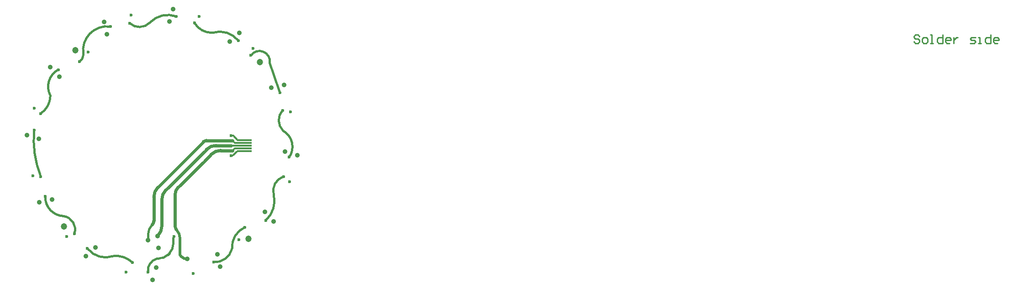
<source format=gbl>
G04 Layer_Physical_Order=4*
G04 Layer_Color=16711680*
%FSTAX42Y42*%
%MOMM*%
G71*
G01*
G75*
%ADD10C,0.30*%
%ADD11C,0.40*%
%ADD12C,0.25*%
%ADD14C,0.45*%
%ADD17R,2.60X0.30*%
%ADD50C,0.50*%
%ADD51C,1.20*%
%ADD52C,0.60*%
%ADD53C,0.87*%
%ADD54C,0.60*%
%ADD55C,0.60*%
D10*
X021522Y018513D02*
X021733D01*
X018075Y017575D02*
X018077Y017572D01*
X021645Y018613D02*
X021776D01*
X021562Y018696D02*
X021645Y018613D01*
X021551Y018326D02*
X021638Y018413D01*
X021638D02*
X02183D01*
X021526Y018696D02*
X021562D01*
X021525Y018326D02*
X021551D01*
X02159Y018463D02*
X021777D01*
X021552Y018423D02*
X02159Y018463D01*
X021552Y018606D02*
X021594Y018563D01*
X021784D01*
D11*
X020059Y017042D02*
G03*
X019985Y016862I00018J-00018D01*
G01*
X020702Y016409D02*
X020709D01*
X020489Y016962D02*
X020495Y016956D01*
X02024Y017019D02*
Y01716D01*
X020161Y016835D02*
X020165Y01684D01*
X019985Y016756D02*
Y016862D01*
D12*
X034282Y02054D02*
X034257Y020566D01*
X034206D01*
X03418Y02054D01*
Y020515D01*
X034206Y02049D01*
X034257D01*
X034282Y020464D01*
Y020439D01*
X034257Y020413D01*
X034206D01*
X03418Y020439D01*
X034358Y020413D02*
X034409D01*
X034434Y020439D01*
Y02049D01*
X034409Y020515D01*
X034358D01*
X034333Y02049D01*
Y020439D01*
X034358Y020413D01*
X034485D02*
X034536D01*
X03451D01*
Y020566D01*
X034485D01*
X034714D02*
Y020413D01*
X034637D01*
X034612Y020439D01*
Y02049D01*
X034637Y020515D01*
X034714D01*
X034841Y020413D02*
X03479D01*
X034764Y020439D01*
Y02049D01*
X03479Y020515D01*
X034841D01*
X034866Y02049D01*
Y020464D01*
X034764D01*
X034917Y020515D02*
Y020413D01*
Y020464D01*
X034942Y02049D01*
X034968Y020515D01*
X034993D01*
X035221Y020413D02*
X035298D01*
X035323Y020439D01*
X035298Y020464D01*
X035247D01*
X035221Y02049D01*
X035247Y020515D01*
X035323D01*
X035374Y020413D02*
X035425D01*
X035399D01*
Y020515D01*
X035374D01*
X035602Y020566D02*
Y020413D01*
X035526D01*
X035501Y020439D01*
Y02049D01*
X035526Y020515D01*
X035602D01*
X035729Y020413D02*
X035678D01*
X035653Y020439D01*
Y02049D01*
X035678Y020515D01*
X035729D01*
X035755Y02049D01*
Y020464D01*
X035653D01*
D14*
X02224Y020043D02*
G03*
X022428Y019495I125199J042752D01*
G01*
X021775Y016996D02*
G03*
X021542Y016601I000164J-000363D01*
G01*
X0212Y016352D02*
G03*
X021541Y016601I000023J000326D01*
G01*
X018619Y016882D02*
G03*
X018421Y017205I-000233J000079D01*
G01*
X018078Y017572D02*
G03*
X018421Y017205I000355J-000012D01*
G01*
X022241Y020047D02*
G03*
X021888Y020186I-000193J000026D01*
G01*
X022167Y017126D02*
G03*
X022314Y017606I-000336J000365D01*
G01*
X022494Y017938D02*
G03*
X022314Y017606I000086J-000262D01*
G01*
X022477Y019167D02*
G03*
X022488Y018788I000206J-000184D01*
G01*
X022601Y018299D02*
G03*
X022488Y018788I-000278J000193D01*
G01*
X020845Y020786D02*
G03*
X021178Y020606I000323J000198D01*
G01*
X021658Y02046D02*
G03*
X021178Y020606I-000347J-000278D01*
G01*
X020508Y020909D02*
G03*
X020019Y020795I-000157J-000435D01*
G01*
X019641Y020785D02*
G03*
X020019Y020795I000184J000195D01*
G01*
X019286Y020721D02*
G03*
X018785Y020202I-00006J-000443D01*
G01*
X018715Y020068D02*
G03*
X018785Y020202I-0001J000138D01*
G01*
X017993Y019107D02*
G03*
X018173Y01944I-000221J000335D01*
G01*
X018319Y01992D02*
G03*
X018173Y01944I00017J-000314D01*
G01*
X017872Y018804D02*
G03*
X017995Y017938I001885J-000173D01*
G01*
X019696Y016344D02*
G03*
X019337Y016464I-000305J-000315D01*
G01*
X018857Y01661D02*
G03*
X019337Y016464I00034J000253D01*
G01*
X020176Y016418D02*
G03*
X020355Y016492I0J000254D01*
G01*
X02015Y016418D02*
G03*
X019982Y016168I000059J-000221D01*
G01*
X020379Y016516D02*
G03*
X020451Y016689I-000173J000173D01*
G01*
X020468Y016821D02*
G03*
X020451Y016804I0J-000018D01*
G01*
X021199Y016354D02*
X0212Y016355D01*
X02015Y016418D02*
X02015D01*
X020176D01*
X020355Y016492D02*
X020379Y016516D01*
X020451Y016689D02*
Y016804D01*
D17*
X021777Y018463D02*
D03*
Y018513D02*
D03*
Y018613D02*
D03*
Y018563D02*
D03*
Y018413D02*
D03*
D50*
X020576Y016791D02*
G03*
X02051Y016953I-000234J0D01*
G01*
X020579Y016488D02*
G03*
X020585Y016472I000023J0D01*
G01*
X020605Y016452D02*
G03*
X020709Y016409I000104J000104D01*
G01*
X020585Y016472D02*
X020605Y016452D01*
X020576Y016483D02*
Y016789D01*
D51*
X018427Y017011D02*
D03*
X022058Y020065D02*
D03*
X01864Y020285D02*
D03*
X021847Y016787D02*
D03*
D52*
X021665Y016769D02*
D03*
X021781Y016998D02*
D03*
X018619Y016882D02*
D03*
X017851Y01795D02*
D03*
X018875Y02025D02*
D03*
X018715Y020068D02*
D03*
X02193Y020312D02*
D03*
X021201Y016354D02*
D03*
X020824Y01614D02*
D03*
X019983Y016167D02*
D03*
X022166Y017126D02*
D03*
X022494Y017938D02*
D03*
X022611Y017841D02*
D03*
X022628Y019141D02*
D03*
X022477Y019167D02*
D03*
X0226Y018299D02*
D03*
X022429Y019496D02*
D03*
X021889Y020186D02*
D03*
X020845Y020786D02*
D03*
X021657Y020459D02*
D03*
X020508Y020908D02*
D03*
X019641Y020785D02*
D03*
X019666Y020936D02*
D03*
X017873Y018804D02*
D03*
X017996Y017936D02*
D03*
X020933Y020907D02*
D03*
X017875Y019205D02*
D03*
X017993Y019107D02*
D03*
X01832Y01992D02*
D03*
X018078Y017572D02*
D03*
X018475Y016829D02*
D03*
X019286Y020721D02*
D03*
X018857Y01661D02*
D03*
X019573Y016165D02*
D03*
X019699Y016344D02*
D03*
X021526Y018329D02*
D03*
X021526Y018515D02*
D03*
X021527Y018696D02*
D03*
X021552Y018423D02*
D03*
X021551Y018605D02*
D03*
X020469Y016825D02*
D03*
D53*
X02215Y017283D02*
D03*
X022312Y017109D02*
D03*
X021323Y016266D02*
D03*
X02127Y016498D02*
D03*
X022524Y018406D02*
D03*
X022751Y018336D02*
D03*
X022502Y01964D02*
D03*
X02227Y019587D02*
D03*
X021499Y020445D02*
D03*
X021673Y020607D02*
D03*
X020447Y021044D02*
D03*
X020377Y020816D02*
D03*
X019221Y020577D02*
D03*
X019168Y02081D02*
D03*
X018203Y017516D02*
D03*
X017971Y017463D02*
D03*
X017735Y01871D02*
D03*
X017962Y01864D02*
D03*
X019008Y016623D02*
D03*
X018833Y016461D02*
D03*
X018174Y019966D02*
D03*
X018336Y019792D02*
D03*
X020138Y016252D02*
D03*
X020068Y016025D02*
D03*
X020177Y016616D02*
D03*
X020161Y016835D02*
D03*
X020709Y016409D02*
D03*
X019985Y016756D02*
D03*
D54*
X021012Y018585D02*
D03*
D55*
X021064Y018607D02*
G03*
X021012Y018585I0J-000074D01*
G01*
X020166Y01774D02*
G03*
X020092Y01756I00018J-00018D01*
G01*
X020485Y017013D02*
G03*
X02051Y016953I000102J000007D01*
G01*
X020541Y017738D02*
G03*
X020485Y017602I000136J-000136D01*
G01*
X021332Y018423D02*
G03*
X021152Y018349I0J-000254D01*
G01*
X021245Y018515D02*
G03*
X021065Y01844I0J-000254D01*
G01*
X020314Y017689D02*
G03*
X02024Y017509I00018J-00018D01*
G01*
X020165Y01684D02*
G03*
X02024Y017019I-00018J00018D01*
G01*
X020059Y017042D02*
G03*
X020092Y017122I-00008J00008D01*
G01*
X021058Y018605D02*
X021551D01*
X021012Y018585D02*
X021012Y018585D01*
X020166Y01774D02*
X021012Y018585D01*
X020092Y017165D02*
Y01756D01*
X020485Y017013D02*
Y017602D01*
Y017011D02*
Y017013D01*
X020541Y017738D02*
X021031Y018227D01*
X021023Y018219D02*
X021152Y018349D01*
X021245Y018515D02*
X021526D01*
X020314Y017689D02*
X021065Y01844D01*
X02024Y017031D02*
Y017509D01*
X021332Y018423D02*
X021552D01*
X020092Y017122D02*
Y017173D01*
M02*

</source>
